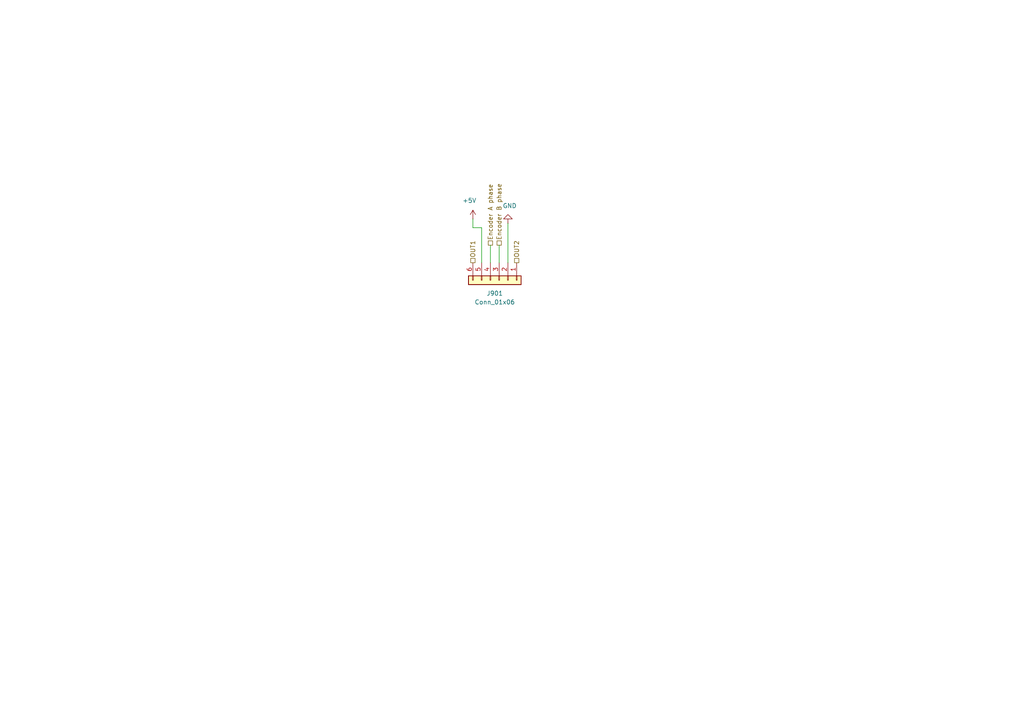
<source format=kicad_sch>
(kicad_sch (version 20231120) (generator "eeschema") (generator_version "8.0")
  (paper "A4")
  (lib_symbols
    (symbol "Connector_Generic:Conn_01x06" (pin_names (offset 1.016) hide)
      (property "Reference" "J" (at 0 7.62 0))
      (property "Value" "Conn_01x06" (at 0 -10.16 0))
      (symbol "Conn_01x06_1_1"
        (rectangle (start -1.27 -7.493) (end 0 -7.747) (stroke (width 0.1524)))
        (rectangle (start -1.27 -4.953) (end 0 -5.207) (stroke (width 0.1524)))
        (rectangle (start -1.27 -2.413) (end 0 -2.667) (stroke (width 0.1524)))
        (rectangle (start -1.27 0.127) (end 0 -0.127) (stroke (width 0.1524)))
        (rectangle (start -1.27 2.667) (end 0 2.413) (stroke (width 0.1524)))
        (rectangle (start -1.27 5.207) (end 0 4.953) (stroke (width 0.1524)))
        (rectangle (start -1.27 6.35) (end 1.27 -8.89) (stroke (width 0.254)) (fill (type background)))
        (pin passive line (at -5.08 5.08 0) (length 3.81) (name "Pin_1") (number "1"))
        (pin passive line (at -5.08 2.54 0) (length 3.81) (name "Pin_2") (number "2"))
        (pin passive line (at -5.08 0 0) (length 3.81) (name "Pin_3") (number "3"))
        (pin passive line (at -5.08 -2.54 0) (length 3.81) (name "Pin_4") (number "4"))
        (pin passive line (at -5.08 -5.08 0) (length 3.81) (name "Pin_5") (number "5"))
        (pin passive line (at -5.08 -7.62 0) (length 3.81) (name "Pin_6") (number "6"))
      )
    )
    (symbol "power:+5V" (power) (pin_numbers hide) (pin_names (offset 0) hide)
      (property "Value" "+5V" (at 0 3.556 0))
      (symbol "+5V_0_1"
        (polyline (pts (xy -0.762 1.27) (xy 0 2.54)))
        (polyline (pts (xy 0 0) (xy 0 2.54)))
        (polyline (pts (xy 0 2.54) (xy 0.762 1.27)))
      )
      (symbol "+5V_1_1"
        (pin power_in line (at 0 0 90) (length 0) (name "~") (number "1"))
      )
    )
    (symbol "power:GND" (power) (pin_numbers hide) (pin_names (offset 0) hide)
      (property "Value" "GND" (at 0 -3.81 0))
      (symbol "GND_0_1"
        (polyline (pts (xy 0 0) (xy 0 -1.27) (xy 1.27 -1.27) (xy 0 -2.54) (xy -1.27 -1.27) (xy 0 -1.27)))
      )
      (symbol "GND_1_1"
        (pin power_in line (at 0 0 270) (length 0) (name "~") (number "1"))
      )
    )
  )
  (wire (pts (xy 139.7 66.04) (xy 139.7 76.2)))
  (wire (pts (xy 137.16 66.04) (xy 139.7 66.04)))
  (wire (pts (xy 142.24 71.12) (xy 142.24 76.2)))
  (wire (pts (xy 137.16 63.5) (xy 137.16 66.04)))
  (wire (pts (xy 147.32 64.77) (xy 147.32 76.2)))
  (wire (pts (xy 144.78 71.12) (xy 144.78 76.2)))
  (hierarchical_label "Encoder A phase " (shape passive) (at 142.24 71.12 90))
  (hierarchical_label "Encoder B phase " (shape passive) (at 144.78 71.12 90))
  (hierarchical_label "OUT1" (shape passive) (at 137.16 76.2 90))
  (hierarchical_label "OUT2" (shape passive) (at 149.86 76.2 90))
  (symbol (lib_id "Connector_Generic:Conn_01x06") (at 144.78 81.28 270) (unit 1)
    (property "Reference" "J901" (at 143.51 85.09 90))
    (property "Value" "Conn_01x06" (at 143.51 87.63 90))
    (property "Footprint" "Connector_JST:JST_XH_S6B-XH-A_1x06_P2.50mm_Horizontal" (effects (hide yes)))
    (property "Description" "Generic connector, single row, 01x06, script generated (kicad-library-utils/schlib/autogen/connector/)" (effects (hide yes)))
    (instances (project "Pojet_V-NOM_KiCAD" (path "" (reference "J901") (unit 1)) (path "" (reference "J1001") (unit 1))))
  )
  (symbol (lib_id "power:GND") (at 147.32 64.77 180) (unit 1)
    (property "Reference" "#PWR0902" (effects (hide yes)))
    (property "Value" "GND" (at 147.828 59.69 0))
    (property "Description" "Power symbol creates a global label with name \"GND\" , ground" (effects (hide yes)))
    (instances (project "Pojet_V-NOM_KiCAD" (path "" (reference "#PWR0902") (unit 1)) (path "" (reference "#PWR01002") (unit 1))))
  )
  (symbol (lib_id "power:+5V") (at 137.16 63.5 0) (unit 1)
    (property "Reference" "#PWR0901" (effects (hide yes)))
    (property "Value" "+5V" (at 136.144 58.166 0))
    (property "Description" "Power symbol creates a global label with name \"+5V\"" (effects (hide yes)))
    (instances (project "Pojet_V-NOM_KiCAD" (path "" (reference "#PWR0901") (unit 1)) (path "" (reference "#PWR01001") (unit 1))))
  )
)
</source>
